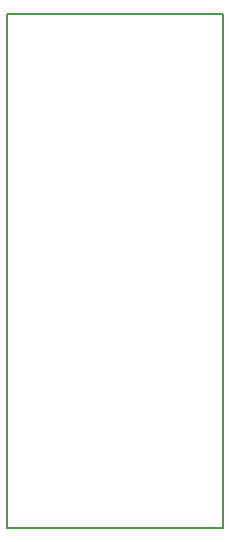
<source format=gbr>
%TF.GenerationSoftware,KiCad,Pcbnew,(5.1.12)-1*%
%TF.CreationDate,2024-12-20T23:38:59+09:00*%
%TF.ProjectId,Cuicuit,43756963-7569-4742-9e6b-696361645f70,rev?*%
%TF.SameCoordinates,Original*%
%TF.FileFunction,Profile,NP*%
%FSLAX46Y46*%
G04 Gerber Fmt 4.6, Leading zero omitted, Abs format (unit mm)*
G04 Created by KiCad (PCBNEW (5.1.12)-1) date 2024-12-20 23:38:59*
%MOMM*%
%LPD*%
G01*
G04 APERTURE LIST*
%TA.AperFunction,Profile*%
%ADD10C,0.200000*%
%TD*%
G04 APERTURE END LIST*
D10*
X147840000Y-106680000D02*
X129540000Y-106680000D01*
X147840000Y-150180000D02*
X147840000Y-106680000D01*
X129540000Y-150180000D02*
X147840000Y-150180000D01*
X129540000Y-106680000D02*
X129540000Y-150180000D01*
M02*

</source>
